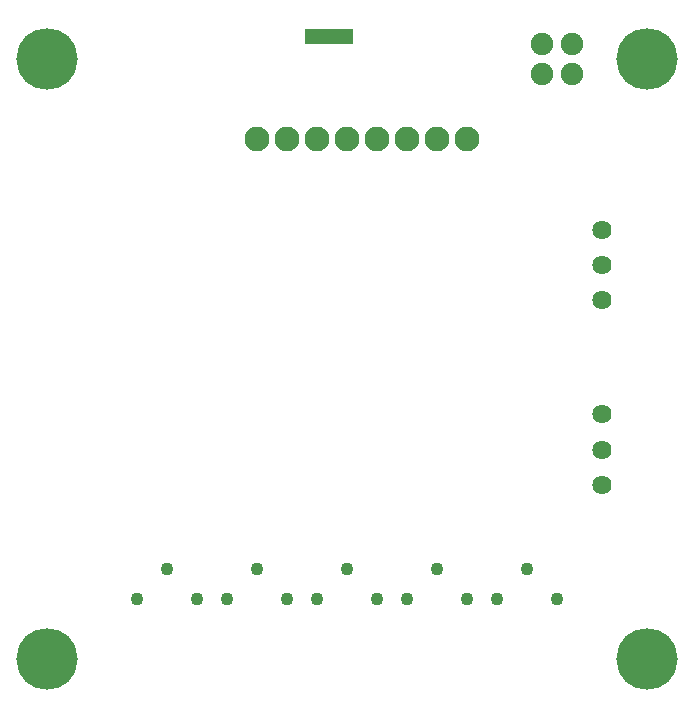
<source format=gbs>
G04 Layer: BottomSolderMaskLayer*
G04 Panelize: , Column: 2, Row: 2, Board Size: 58.42mm x 58.42mm, Panelized Board Size: 118.84mm x 118.84mm*
G04 EasyEDA v6.5.34, 2023-09-06 22:53:46*
G04 8447068ee38c4666810ae06fb5c4ba43,5a6b42c53f6a479593ecc07194224c93,10*
G04 Gerber Generator version 0.2*
G04 Scale: 100 percent, Rotated: No, Reflected: No *
G04 Dimensions in millimeters *
G04 leading zeros omitted , absolute positions ,4 integer and 5 decimal *
%FSLAX45Y45*%
%MOMM*%

%ADD10C,1.1016*%
%ADD11C,5.2032*%
%ADD12C,1.9016*%
%ADD13C,1.6256*%
%ADD14C,2.1016*%

%LPD*%
D10*
G01*
X1651000Y889000D03*
G01*
X1397000Y1143000D03*
G01*
X1143000Y889000D03*
G01*
X2413000Y889000D03*
G01*
X2159000Y1143000D03*
G01*
X1905000Y889000D03*
G01*
X3175000Y889000D03*
G01*
X2921000Y1143000D03*
G01*
X2667000Y889000D03*
G01*
X3937000Y889000D03*
G01*
X3683000Y1143000D03*
G01*
X3429000Y889000D03*
G01*
X4699000Y889000D03*
G01*
X4445000Y1143000D03*
G01*
X4191000Y889000D03*
D11*
G01*
X5461000Y381000D03*
G01*
X381000Y381000D03*
G01*
X381000Y5461000D03*
G01*
X5461000Y5461000D03*
D12*
G01*
X4826000Y5588000D03*
G01*
X4826000Y5334000D03*
G01*
X4572000Y5334000D03*
G01*
X4572000Y5588000D03*
D13*
G01*
X5080000Y3421100D03*
G01*
X5080000Y4021099D03*
G01*
X5080000Y3721100D03*
D14*
G01*
X3933697Y4784293D03*
G01*
X3679697Y4784293D03*
G01*
X3171697Y4784293D03*
G01*
X2917697Y4784293D03*
G01*
X2663697Y4784293D03*
G01*
X2409697Y4784293D03*
G01*
X2155697Y4784293D03*
D13*
G01*
X5075427Y2155139D03*
G01*
X5075427Y2455138D03*
G01*
X5075427Y1855139D03*
D14*
G01*
X3425697Y4784293D03*
G36*
X2565400Y5715000D02*
G01*
X2971800Y5715000D01*
X2971800Y5588000D01*
X2565400Y5588000D01*
G37*
M02*

</source>
